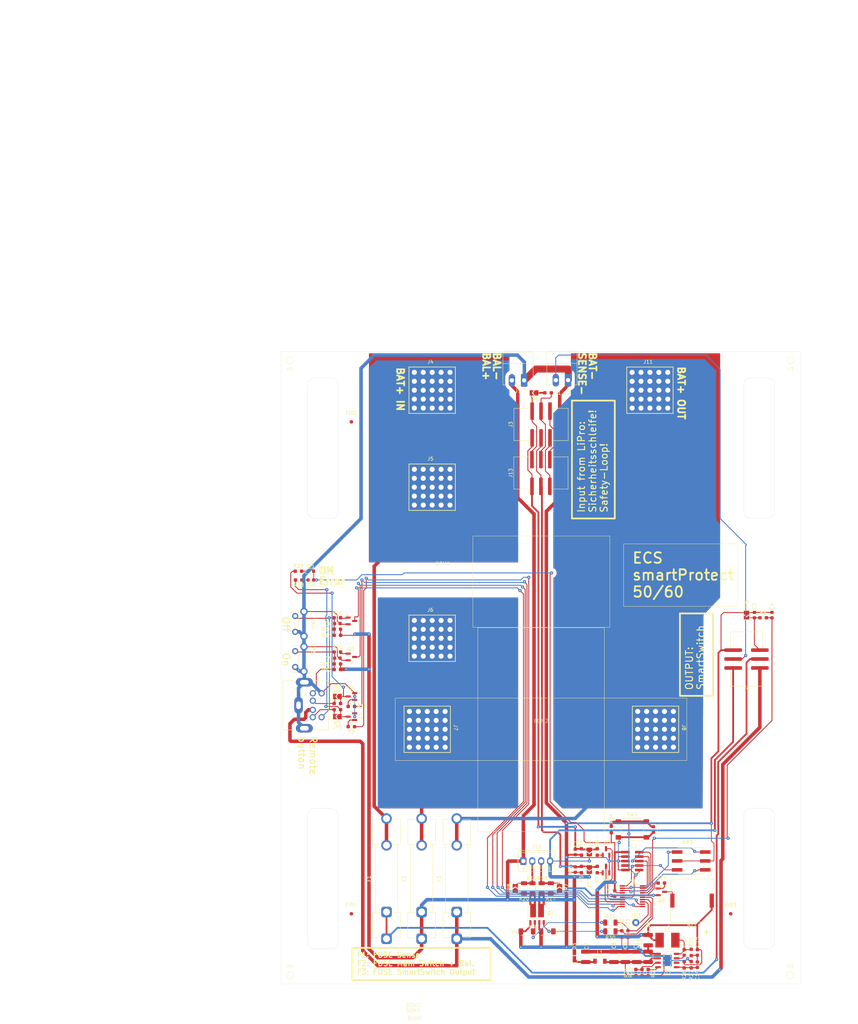
<source format=kicad_pcb>
(kicad_pcb
	(version 20240108)
	(generator "pcbnew")
	(generator_version "8.0")
	(general
		(thickness 1.627)
		(legacy_teardrops no)
	)
	(paper "A3" portrait)
	(layers
		(0 "F.Cu" signal)
		(1 "In1.Cu" signal)
		(2 "In2.Cu" signal)
		(31 "B.Cu" signal)
		(32 "B.Adhes" user "B.Adhesive")
		(33 "F.Adhes" user "F.Adhesive")
		(34 "B.Paste" user)
		(35 "F.Paste" user)
		(36 "B.SilkS" user "B.Silkscreen")
		(37 "F.SilkS" user "F.Silkscreen")
		(38 "B.Mask" user)
		(39 "F.Mask" user)
		(40 "Dwgs.User" user "User.Drawings")
		(41 "Cmts.User" user "User.Comments")
		(42 "Eco1.User" user "User.Eco1")
		(43 "Eco2.User" user "User.Eco2")
		(44 "Edge.Cuts" user)
		(45 "Margin" user)
		(46 "B.CrtYd" user "B.Courtyard")
		(47 "F.CrtYd" user "F.Courtyard")
		(48 "B.Fab" user)
		(49 "F.Fab" user)
		(50 "User.1" user)
		(51 "User.2" user)
		(52 "User.3" user)
		(53 "User.4" user)
		(54 "User.5" user)
		(55 "User.6" user)
		(56 "User.7" user)
		(57 "User.8" user)
		(58 "User.9" user)
	)
	(setup
		(stackup
			(layer "F.SilkS"
				(type "Top Silk Screen")
			)
			(layer "F.Paste"
				(type "Top Solder Paste")
			)
			(layer "F.Mask"
				(type "Top Solder Mask")
				(thickness 0.01)
			)
			(layer "F.Cu"
				(type "copper")
				(thickness 0.07)
			)
			(layer "dielectric 1"
				(type "prepreg")
				(thickness 0.1835)
				(material "FR4")
				(epsilon_r 4.5)
				(loss_tangent 0.02)
			)
			(layer "In1.Cu"
				(type "copper")
				(thickness 0.07)
			)
			(layer "dielectric 2"
				(type "core")
				(thickness 0.96)
				(material "FR4")
				(epsilon_r 4.5)
				(loss_tangent 0.02)
			)
			(layer "In2.Cu"
				(type "copper")
				(thickness 0.07)
			)
			(layer "dielectric 3"
				(type "prepreg")
				(thickness 0.1835)
				(material "FR4")
				(epsilon_r 4.5)
				(loss_tangent 0.02)
			)
			(layer "B.Cu"
				(type "copper")
				(thickness 0.07)
			)
			(layer "B.Mask"
				(type "Bottom Solder Mask")
				(thickness 0.01)
			)
			(layer "B.Paste"
				(type "Bottom Solder Paste")
			)
			(layer "B.SilkS"
				(type "Bottom Silk Screen")
			)
			(copper_finish "None")
			(dielectric_constraints no)
		)
		(pad_to_mask_clearance 0)
		(allow_soldermask_bridges_in_footprints no)
		(aux_axis_origin 100 300)
		(pcbplotparams
			(layerselection 0x00010fc_ffffffff)
			(plot_on_all_layers_selection 0x0000000_00000000)
			(disableapertmacros no)
			(usegerberextensions no)
			(usegerberattributes yes)
			(usegerberadvancedattributes yes)
			(creategerberjobfile yes)
			(dashed_line_dash_ratio 12.000000)
			(dashed_line_gap_ratio 3.000000)
			(svgprecision 4)
			(plotframeref no)
			(viasonmask no)
			(mode 1)
			(useauxorigin no)
			(hpglpennumber 1)
			(hpglpenspeed 20)
			(hpglpendiameter 15.000000)
			(pdf_front_fp_property_popups yes)
			(pdf_back_fp_property_popups yes)
			(dxfpolygonmode yes)
			(dxfimperialunits yes)
			(dxfusepcbnewfont yes)
			(psnegative no)
			(psa4output no)
			(plotreference yes)
			(plotvalue yes)
			(plotfptext yes)
			(plotinvisibletext no)
			(sketchpadsonfab no)
			(subtractmaskfromsilk no)
			(outputformat 1)
			(mirror no)
			(drillshape 1)
			(scaleselection 1)
			(outputdirectory "")
		)
	)
	(net 0 "")
	(net 1 "GND")
	(net 2 "Net-(J10-Pin_3)")
	(net 3 "VCC")
	(net 4 "Net-(Q3-B)")
	(net 5 "/RESET")
	(net 6 "/SET")
	(net 7 "/Ub_FUSED")
	(net 8 "Net-(JP4-A)")
	(net 9 "Net-(D3-K)")
	(net 10 "/Ub_in")
	(net 11 "/UB_in_main_si")
	(net 12 "/U_out")
	(net 13 "Net-(JP1-A)")
	(net 14 "/BMS_OK")
	(net 15 "Net-(U2-VIN)")
	(net 16 "Net-(U2-BST)")
	(net 17 "Net-(U2-SW)")
	(net 18 "Net-(C14-Pad1)")
	(net 19 "Net-(Q4-B)")
	(net 20 "Net-(U2-FB)")
	(net 21 "/SENSE+")
	(net 22 "/B")
	(net 23 "/A")
	(net 24 "/LED_OFF")
	(net 25 "Net-(J10-Pin_2)")
	(net 26 "/BTN_ON")
	(net 27 "Net-(JP5-A)")
	(net 28 "/BTN_OFF")
	(net 29 "/control/SWCLK")
	(net 30 "Net-(JP5-B)")
	(net 31 "Net-(JP4-B)")
	(net 32 "Net-(J12-~{RESET})")
	(net 33 "Net-(Q5-B)")
	(net 34 "/U_out_fused")
	(net 35 "/SENSE-")
	(net 36 "/control/SWDIO")
	(net 37 "unconnected-(J12-KEY-Pad7)")
	(net 38 "Net-(JP8-A)")
	(net 39 "Net-(Q1-B)")
	(net 40 "/LVP")
	(net 41 "/OVP")
	(net 42 "Net-(Q2-B)")
	(net 43 "Net-(Q6-B)")
	(net 44 "/LED_ERROR")
	(net 45 "/LED_ON")
	(net 46 "Net-(U2-EN{slash}UVLO)")
	(net 47 "Net-(U2-RON)")
	(net 48 "/BMS_OK_PROTECTED")
	(net 49 "/control/R2")
	(net 50 "/control/R1")
	(net 51 "/control/BTN_OFF")
	(net 52 "/control/BTN_ON")
	(net 53 "Net-(BZ1--)")
	(net 54 "Net-(Q8-B)")
	(net 55 "Net-(U1-PA9{slash}PA11)")
	(net 56 "Net-(U1-PC14)")
	(net 57 "Net-(U1-PC15)")
	(net 58 "unconnected-(U2-PGOOD-Pad6)")
	(net 59 "Net-(U1-PA6)")
	(net 60 "/LVP_IN")
	(net 61 "/OVP_IN")
	(net 62 "Net-(D4-K)")
	(net 63 "Net-(D5-K)")
	(net 64 "/+5VBUS")
	(net 65 "/GND_BUS")
	(net 66 "/control/RELAIS_RESET")
	(net 67 "/control/RELAIS_SET")
	(footprint "Jumper:SolderJumper-2_P1.3mm_Open_TrianglePad1.0x1.5mm" (layer "F.Cu") (at 172 131.75 180))
	(footprint "Capacitor_SMD:C_0603_1608Metric" (layer "F.Cu") (at 183.75 267.4125 90))
	(footprint "Resistor_SMD:R_0603_1608Metric_Pad0.98x0.95mm_HandSolder" (layer "F.Cu") (at 176 131.75 180))
	(footprint "Capacitor_SMD:C_0603_1608Metric" (layer "F.Cu") (at 183.75 262.4125 90))
	(footprint "myPackage_SO:HSOP-8-1EP_3.9x4.9mm_P1.27mm_EP2.41x3.1mm_ThermalVias_0.3mm" (layer "F.Cu") (at 209.955 293.3))
	(footprint "Capacitor_SMD:C_0603_1608Metric" (layer "F.Cu") (at 116.01 197.405 180))
	(footprint "Fiducial:Fiducial_1mm_Mask3mm" (layer "F.Cu") (at 120 280))
	(footprint "Resistor_SMD:R_1206_3216Metric" (layer "F.Cu") (at 171.57 272.775 -90))
	(footprint "myWürthSHFU:WP-SHFU_7461098_HAL" (layer "F.Cu") (at 205 131))
	(footprint "Resistor_SMD:R_0603_1608Metric_Pad0.98x0.95mm_HandSolder" (layer "F.Cu") (at 198.75 285.75 -90))
	(footprint "Connector_Phoenix_MC:PhoenixContact_MC_1,5_2-G-3.5_1x02_P3.50mm_Horizontal" (layer "F.Cu") (at 169.195 128.2 180))
	(footprint "Resistor_SMD:R_0603_1608Metric_Pad0.98x0.95mm_HandSolder" (layer "F.Cu") (at 116.01 208.905 180))
	(footprint "Resistor_SMD:R_1206_3216Metric" (layer "F.Cu") (at 193.75 285 180))
	(footprint "Resistor_SMD:R_0603_1608Metric_Pad0.98x0.95mm_HandSolder" (layer "F.Cu") (at 104.9125 182.5 180))
	(footprint "Resistor_SMD:R_0603_1608Metric_Pad0.98x0.95mm_HandSolder" (layer "F.Cu") (at 116.01 199 180))
	(footprint "Resistor_SMD:R_0603_1608Metric_Pad0.98x0.95mm_HandSolder" (layer "F.Cu") (at 201 296.75 -90))
	(footprint "Resistor_SMD:R_1206_3216Metric" (layer "F.Cu") (at 176.77 272.775 -90))
	(footprint "myBOM:BOM_PART" (layer "F.Cu") (at 137.5 308))
	(footprint "Capacitor_SMD:C_0603_1608Metric" (layer "F.Cu") (at 218.5 294.5 -90))
	(footprint "Resistor_SMD:R_0603_1608Metric_Pad0.98x0.95mm_HandSolder" (layer "F.Cu") (at 120 226.75 180))
	(footprint "Capacitor_SMD:C_0603_1608Metric" (layer "F.Cu") (at 116.01 207.25 180))
	(footprint "myHoles:printer_mounting_holes_1mm" (layer "F.Cu") (at 102.5 297.5))
	(footprint "myWürthSHFU:WP-SHFU_7461098_HAL" (layer "F.Cu") (at 143 158.6))
	(footprint "Capacitor_SMD:C_0603_1608Metric" (layer "F.Cu") (at 234.75 195 -90))
	(footprint "Connector_IDC:IDC-Header_2x03_P2.54mm_Vertical_SMD" (layer "F.Cu") (at 173.96 154.55 90))
	(footprint "myHoles:printer_mounting_holes_1mm" (layer "F.Cu") (at 245 122.5))
	(footprint "Capacitor_SMD:C_1210_3225Metric" (layer "F.Cu") (at 198 292.25 90))
	(footprint "Resistor_SMD:R_0603_1608Metric_Pad0.98x0.95mm_HandSolder" (layer "F.Cu") (at 116.01 200.75 180))
	(footprint "Resistor_SMD:R_0603_1608Metric_Pad0.98x0.95mm_HandSolder" (layer "F.Cu") (at 116 210.5 180))
	(footprint "Jumper:SolderJumper-2_P1.3mm_Open_TrianglePad1.0x1.5mm" (layer "F.Cu") (at 166.67 272.775 90))
	(footprint "Inductor_SMD:L_Taiyo-Yuden_NR-50xx_HandSoldering" (layer "F.Cu") (at 210 287.5 180))
	(footprint "Package_TO_SOT_SMD:SOT-23" (layer "F.Cu") (at 120.01 218.155 180))
	(footprint "myBOM:BOM_PART" (layer "F.Cu") (at 137.5 306.5))
	(footprint "Fuse:Fuseholder_Clip-6.3x32mm_Littelfuse_102_122_Inline_P34.21x7.62mm_D1.98mm_Horizontal"
		(layer "F.Cu")
		(uuid "4db9c49c-aed7-4d75-8b74-30cda4a0bb43")
		(at 130 287.105 90)
		(descr "Fuseholder Clips, 6.3x32mm Cylinder Fuse, Pins Inline, Horizontal, Littelfuse 102/122 Straight Leads, https://www.littelfuse.com/~/media/electronics/datasheets/fuse_clips/littelfuse_fuse_clip_102_122_datasheet.pdf.pdf")
		(tags "fuse clip open")
		(property "Reference" "F1"
			(at 17.1 -5 90)
			(layer "F.SilkS")
			(uuid "ef4876c1-9320-4897-9c81-780097193ce5")
			(effects
				(font
					(size 1 1)
					(thickness 0.15)
				)
			)
		)
		(property "Value" "1A/F"
			(at 17.1 5 90)
			(layer "F.Fab")
			(uuid "5f6b06f7-f67b-416d-89ea-f70c41fc63c4")
			(effects
				(font
					(size 1 1)
					(thickness 0.15)
				)
			)
		)
		(property "Footprint" "Fuse:Fuseholder_Clip-6.3x32mm_Littelfuse_102_122_Inline_P34.21x7.62mm_D1.98mm_Horizontal"
			(at 0 0 90)
			(unlocked yes)
			(layer "F.Fab")
			(hide yes)
			(uuid "ab35c537-681d-4f77-8d8c-a29a215db5a9")
			(effects
				(font
					(size 1.27 1.27)
					(thickness 0.15)
				)
			)
		)
		(property "Datasheet" ""
			(at 0 0 90)
			(unlocked yes)
			(layer "F.Fab")
			(hide yes)
			(uuid "31e29cd0-a60e-4e92-a1f8-349a309bfbd5")
			(effects
				(font
					(size 1.27 1.27)
					(thickness 0.15)
				)
			)
		)
		(property "Description" "SICHERUNG GLASROHR 6,3X32 1A FLINK 250VAC 125VDC SCHALTVERMÖGEN 10 kA"
			(at 0 0 90)
			(unlocked yes)
			(layer "F.Fab")
			(hide yes)
			(uuid "1a6c35f9-e54a-4052-b89d-1fc659b22dc2")
			(effects
				(font
					(size 1.27 1.27)
					(thickness 0.15)
				)
			)
		)
		(property "ECS Art#" "EM348"
			(at 0 0 90)
			(unlocked yes)
			(layer "F.Fab")
			(hide yes)
			(uuid "49a99856-0323-4502-b033-efbd58aa8de2")
			(effects
				(font
					(size 1 1)
					(thickness 0.15)
				)
			)
		)
		(property "HAN" "BK/ABC-1-R"
			(at 0 0 90)
			(unlocked yes)
			(layer "F.Fab")
			(hide yes)
			(uuid "f75a8b9d-7cec-4c97-a07e-86d95a18a215")
			(effects
				(font
					(size 1 1)
					(thickness 0.15)
				)
			)
		)
		(property "Hersteller" "Bussmann"
			(at 0 0 90)
			(unlocked yes)
			(layer "F.Fab")
			(hide yes)
			(uuid "1d97b2f1-9de0-485e-9c2f-ab995d6a3adc")
			(effects
				(font
					(size 1 1)
					(thickness 0.15)
				)
			)
		)
		(property ki_fp_filters "*Fuse*")
		(path "/ec182a1b-3856-4a28-a012-b5c0b55c02d4")
		(sheetname "Stammblatt")
		(sheetfile "protection.kicad_sch")
		(attr through_hole)
		(fp_line
			(start 33.955 -3.935)
			(end 26.845 -3.935)
			(stroke
				(width 0.12)
				(type solid)
			)
			(layer "F.SilkS")
			(uuid "45706dec-00a8-44b6-900f-34157233e3b1")
		)
		(fp_line
			(start 26.845 -3.935)
			(end 26.845 -1.75)
			(stroke
				(width 0.12)
				(type solid)
			)
			(layer "F.SilkS")
			(uuid "c959fe9a-3e1d-4a92-ae65-a9de0c3f33ba")
		)
		(fp_line
			(start 7.365 -3.935)
			(end 0.3 -3.935)
			(stroke
				(width 0.12)
				(type solid)
			)
			(layer "F.SilkS")
			(uuid "2bbb4ed9-ac0f-4385-b23f-5bf9fdae9e8b")
		)
		(fp_line
			(start 7.365 -3.935)
			(end 7.365 -1.75)
			(stroke
				(width 0.12)
				(type solid)
			)
			(layer "F.SilkS")
			(uuid "eee4941f-9720-4b8f-9029-761dcd575f68")
		)
		(fp_line
			(start 0.3 -3.935)
			(end 0.3 -1.75)
			(stroke
				(width 0.12)
				(type solid)
			)
			(layer "F.SilkS")
			(uuid "4ca945f9-8711-43d2-ab69-7699f26ec322")
		)
		(fp_line
			(start 26.845 -3.175)
			(end 7.365 -3.175)
			(stroke
				(width 0.12)
				(type solid)
			)
			(layer "F.SilkS")
			(uuid "187a3ce9-6bb3-4e94-a30f-bf0870ba1d3c")
		)
		(fp_line
			(start 33.955 -1.75)
			(end 33.955 -3.935)
			(stroke
				(width 0.12)
				(type solid)
			)
			(layer "F.SilkS")
			(uuid "76c13d3a-f58a-49e6-af63-f768a8320697")
		)
		(fp_line
			(start 33.955 1.75)
			(end 33.955 3.935)
			(stroke
				(width 0.12)
				(type solid)
			)
			(layer "F.SilkS")
			(uuid "56355d12-6beb-4996-83e0-ae12c578659e")
		)
		(fp_line
			(start 26.845 3.175)
			(end 7.365 3.175)
			(stroke
				(width 0.12)
				(type solid)
			)
		
... [662246 chars truncated]
</source>
